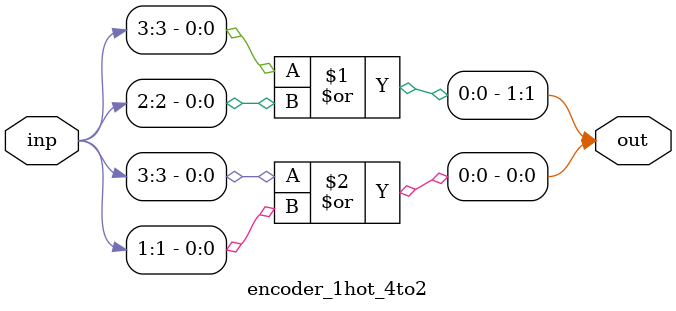
<source format=v>
module encoder_1hot_4to2 (
    output wire [1:0] out,
    input wire [3:0] inp
);

    assign out[1] = inp[3] | inp[2];
    assign out[0] = inp[3] | inp[1]; 
endmodule
</source>
